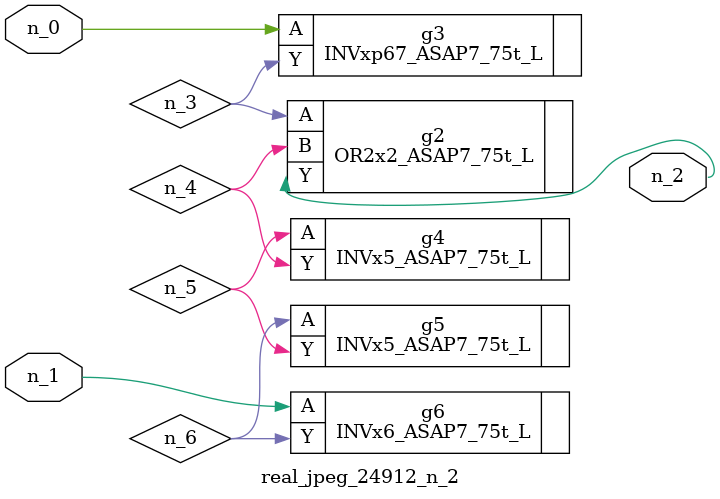
<source format=v>
module real_jpeg_24912_n_2 (n_1, n_0, n_2);

input n_1;
input n_0;

output n_2;

wire n_5;
wire n_4;
wire n_6;
wire n_3;

INVxp67_ASAP7_75t_L g3 ( 
.A(n_0),
.Y(n_3)
);

INVx6_ASAP7_75t_L g6 ( 
.A(n_1),
.Y(n_6)
);

OR2x2_ASAP7_75t_L g2 ( 
.A(n_3),
.B(n_4),
.Y(n_2)
);

INVx5_ASAP7_75t_L g4 ( 
.A(n_5),
.Y(n_4)
);

INVx5_ASAP7_75t_L g5 ( 
.A(n_6),
.Y(n_5)
);


endmodule
</source>
